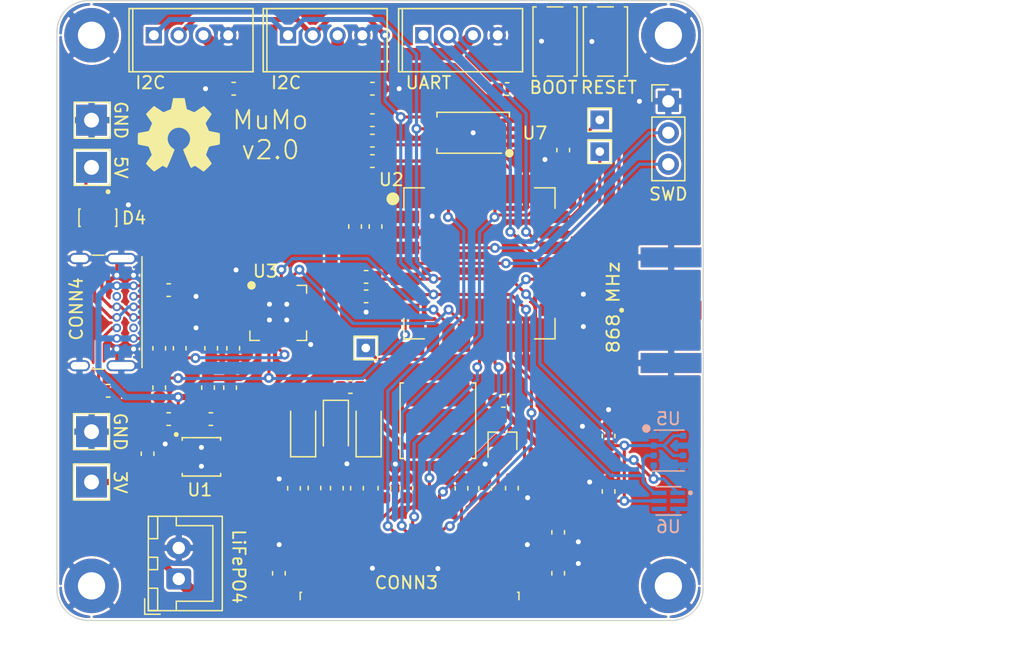
<source format=kicad_pcb>
(kicad_pcb (version 20211014) (generator pcbnew)
  (title_block (comment 4 "AISLER Project ID: WJAGVHFZ"))
  (layers (0 "F.Cu" signal) (31 "B.Cu" signal) (34 "B.Paste" user) (35 "F.Paste" user) (36 "B.SilkS" user "B.Silkscreen") (37 "F.SilkS" user "F.Silkscreen") (38 "B.Mask" user) (39 "F.Mask" user) (44 "Edge.Cuts" user))
  (net 0 "")
  (net 1 "+3V3")
  (net 2 "GND")
  (net 3 "+5V")
  (net 4 "Net-(C7-Pad1)")
  (net 5 "Net-(C7-Pad2)")
  (net 6 "Net-(C8-Pad2)")
  (net 7 "Net-(C9-Pad2)")
  (net 8 "Net-(C10-Pad2)")
  (net 9 "Net-(C11-Pad2)")
  (net 10 "Net-(C13-Pad2)")
  (net 11 "Net-(C14-Pad2)")
  (net 12 "Net-(C15-Pad2)")
  (net 14 "Net-(CONN3-Pad2)")
  (net 15 "BUSY")
  (net 16 "\\RESET")
  (net 17 "D{slash}C")
  (net 18 "{slash}CS")
  (net 19 "SCK")
  (net 20 "SCL")
  (net 21 "SDA")
  (net 22 "SDI")
  (net 23 "Net-(CONN3-Pad3)")
  (net 24 "VBUS")
  (net 25 "Net-(R1-Pad1)")
  (net 27 "USART_RX")
  (net 28 "USART_TX")
  (net 32 "Net-(CONN4-PadA5)")
  (net 33 "Net-(CONN4-PadA6)")
  (net 34 "Net-(CONN4-PadA7)")
  (net 36 "Net-(CONN4-PadB5)")
  (net 38 "Net-(CONN5-Pad1)")
  (net 39 "Net-(R6-Pad2)")
  (net 40 "Net-(TP1-Pad1)")
  (net 41 "Net-(TP2-Pad1)")
  (net 42 "Net-(TP3-Pad1)")
  (net 43 "Net-(U2-Pad9)")
  (net 44 "Net-(U2-Pad10)")
  (net 61 "SWDIO")
  (net 62 "SWCLK")
  (net 64 "WP")
  (net 66 "3V")
  (net 67 "RST")
  (footprint "Capacitor_SMD:C_0603_1608Metric" (layer "F.Cu") (at 168.1988 68.961 180)
    (fp_text reference "C26" hide)
    (fp_text value "100n")
  )
  (footprint "Capacitor_SMD:C_0603_1608Metric" (layer "F.Cu") (at 168.4528 75.8952 -90)
    (fp_text reference "C27" hide)
    (fp_text value "100n")
  )
  (footprint "Capacitor_SMD:C_0603_1608Metric" (layer "F.Cu") (at 187.2488 92.8116 90)
    (fp_text reference "C24" hide)
    (fp_text value "100n")
  )
  (footprint "thisProjectLibrary:LoRa-E5" (layer "F.Cu") (at 176.8348 78.867)
    (fp_text reference "U2")
    (fp_text value "LoRa-E5")
  )
  (footprint "Capacitor_SMD:C_0603_1608Metric" (layer "F.Cu") (at 166.9542 97.015 -90)
    (fp_text reference "C13" hide)
    (fp_text value "1uF/50V")
  )
  (footprint "Capacitor_SMD:C_0603_1608Metric" (layer "F.Cu") (at 168.1988 70.612)
    (fp_text reference "R10" hide)
    (fp_text value "3K3")
  )
  (footprint "Diode_SMD:D_SMF" (layer "F.Cu") (at 167.894 92.202 90)
    (fp_text reference "D3" hide)
    (fp_text value "SL03-GS08")
  )
  (footprint "Capacitor_SMD:C_0603_1608Metric" (layer "F.Cu") (at 151.765 81.026)
    (fp_text reference "R3" hide)
    (fp_text value "5K1")
  )
  (footprint "Connector_PinHeader_2.54mm:PinHeader_1x03_P2.54mm_Vertical" (layer "F.Cu") (at 192.0748 65.786)
    (fp_text reference "CONN1" hide)
    (fp_text value "SWD")
  )
  (footprint "TestPoint:TestPoint_THTPad_2.5x2.5mm_Drill1.2mm" (layer "F.Cu") (at 145.542 96.52)
    (fp_text reference "TP6" hide)
    (fp_text value "3V3" hide)
  )
  (footprint "Capacitor_SMD:C_0603_1608Metric" (layer "F.Cu") (at 163.5252 97.0026 -90)
    (fp_text reference "C14" hide)
    (fp_text value "1uF/50V")
  )
  (footprint "thisProjectLibrary:TSSOP-B8" (layer "F.Cu") (at 176.3268 68.326 180)
    (fp_text reference "U7")
    (fp_text value "BR24G512FVT-5AE2")
  )
  (footprint "Package_TO_SOT_SMD:SOT-323_SC-70" (layer "F.Cu") (at 178.689 93.218 90)
    (fp_text reference "Q1" hide)
    (fp_text value "Si1308EDL")
  )
  (footprint "Capacitor_SMD:C_0603_1608Metric" (layer "F.Cu") (at 160.655 103.886 90)
    (fp_text reference "C18" hide)
    (fp_text value "4u7")
  )
  (footprint "Capacitor_SMD:C_0603_1608Metric" (layer "F.Cu") (at 155.194 85.725 -90)
    (fp_text reference "C5" hide)
    (fp_text value "4u7")
  )
  (footprint "Capacitor_SMD:C_0603_1608Metric" (layer "F.Cu") (at 156.718 88.9 -90)
    (fp_text reference "C4" hide)
    (fp_text value "100n")
  )
  (footprint "thisProjectLibrary:LINX_CONSMA020.062-G" (layer "F.Cu") (at 194.7418 82.6516 90)
    (fp_text reference "CONN5" hide)
    (fp_text value "External Antenna")
  )
  (footprint "Diode_SMD:D_SMF" (layer "F.Cu") (at 162.6108 92.202 90)
    (fp_text reference "D1" hide)
    (fp_text value "SL03-GS08")
  )
  (footprint "thisProjectLibrary:L_TDK_VLS6045EX" (layer "F.Cu") (at 173.482 91.567 90)
    (fp_text reference "L1" hide)
    (fp_text value "68uH")
  )
  (footprint "Capacitor_SMD:C_0603_1608Metric" (layer "F.Cu") (at 175.387 97.028 -90)
    (fp_text reference "C8" hide)
    (fp_text value "1uF/50V")
  )
  (footprint "Capacitor_SMD:C_0603_1608Metric" (layer "F.Cu") (at 154.94 88.9 -90)
    (fp_text reference "C3" hide)
    (fp_text value "4u7")
  )
  (footprint "Capacitor_SMD:C_0603_1608Metric" (layer "F.Cu") (at 168.1988 67.31 180)
    (fp_text reference "C23" hide)
    (fp_text value "100n")
  )
  (footprint "Symbol:OSHW-Symbol_6.7x6mm_SilkScreen" (layer "F.Cu") (at 152.5778 68.5038)
    (fp_text reference "U4" hide)
    (fp_text value "eInk_Display_1.54\"200x200px" hide)
  )
  (footprint "Diode_SMD:D_SMF" (layer "F.Cu") (at 165.2524 92.202 -90)
    (fp_text reference "D2" hide)
    (fp_text value "SL03-GS08")
  )
  (footprint "Capacitor_SMD:C_0603_1608Metric" (layer "F.Cu") (at 168.1988 64.77)
    (fp_text reference "C19" hide)
    (fp_text value "4u7")
  )
  (footprint "Capacitor_SMD:C_0603_1608Metric" (layer "F.Cu") (at 151.003 85.725 -90)
    (fp_text reference "R4" hide)
    (fp_text value "22K1")
  )
  (footprint "Capacitor_SMD:C_0603_1608Metric" (layer "F.Cu") (at 169.164 97.015 -90)
    (fp_text reference "C10" hide)
    (fp_text value "1uF/50V")
  )
  (footprint "thisProjectLibrary:USB_C_Receptacle_GCT_USB4085" (layer "F.Cu") (at 148.932 79.829 -90)
    (fp_text reference "CONN4")
    (fp_text value "USB-C")
  )
  (footprint "Capacitor_SMD:C_0603_1608Metric" (layer "F.Cu") (at 165.3286 97.015 -90)
    (fp_text reference "C11" hide)
    (fp_text value "1uF/50V")
  )
  (footprint "Capacitor_SMD:C_0603_1608Metric" (layer "F.Cu") (at 151.003 88.9 -90)
    (fp_text reference "R7" hide)
    (fp_text value "47K5")
  )
  (footprint "Capacitor_SMD:C_0603_1608Metric" (layer "F.Cu") (at 146.8882 89.154)
    (fp_text reference "R5" hide)
    (fp_text value "5K1")
  )
  (footprint "Capacitor_SMD:C_0603_1608Metric" (layer "F.Cu") (at 155.1686 91.44 180)
    (fp_text reference "R1" hide)
    (fp_text value "3K3")
  )
  (footprint "TestPoint:TestPoint_THTPad_1.5x1.5mm_Drill0.7mm" (layer "F.Cu") (at 186.5376 67.2846)
    (fp_text reference "TP2" hide)
    (fp_text value "GND" hide)
  )
  (footprint "thisProjectLibrary:Grove_Vertical" (layer "F.Cu") (at 175.3108 60.452)
    (fp_text reference "CONN6" hide)
    (fp_text value "UART")
  )
  (footprint "Capacitor_SMD:C_0603_1608Metric" (layer "F.Cu") (at 183.1848 100.584 -90)
    (fp_text reference "C16" hide)
    (fp_text value "4u7")
  )
  (footprint "Capacitor_SMD:C_0603_1608Metric" (layer "F.Cu") (at 150.0632 94.234 90)
    (fp_text reference "C2" hide)
    (fp_text value "10uF")
  )
  (footprint "TestPoint:TestPoint_THTPad_2.5x2.5mm_Drill1.2mm" (layer "F.Cu") (at 145.5928 67.31 -90)
    (fp_text reference "TP5" hide)
    (fp_text value "GND")
  )
  (footprint "Fiducial:Fiducial_0.75mm_Mask1.5mm" (layer "F.Cu") (at 192.0748 100.838)
    (fp_text reference "F3" hide)
    (fp_text value "Fiducial")
  )
  (footprint "thisProjectLibrary:DFN10" (layer "F.Cu") (at 154.4066 94.488)
    (fp_text reference "U1")
    (fp_text value "MCP73123")
  )
  (footprint "thisProjectLibrary:SP0503BAHTG-SOT143" (layer "F.Cu") (at 146.05 75.184 180)
    (fp_text reference "D4")
    (fp_text value "SP0503BAHTG")
  )
  (footprint "TestPoint:TestPoint_THTPad_1.5x1.5mm_Drill0.7mm" (layer "F.Cu") (at 167.6654 85.6996)
    (fp_text reference "TP1" hide)
    (fp_text value "GND")
  )
  (footprint "Connector_JST:JST_XH_B2B-XH-A_1x02_P2.50mm_Vertical" (layer "F.Cu") (at 152.5778 104.3432 90)
    (fp_text reference "CONN2" hide)
    (fp_text value "LiFePO4 Battery")
  )
  (footprint "Capacitor_SMD:C_0603_1608Metric" (layer "F.Cu") (at 167.6908 79.9592)
    (fp_text reference "R12" hide)
    (fp_text value "3K3")
  )
  (footprint "Capacitor_SMD:C_0603_1608Metric" (layer "F.Cu") (at 166.8018 75.8952 -90)
    (fp_text reference "C21" hide)
    (fp_text value "4u7")
  )
  (footprint "Capacitor_SMD:C_0603_1608Metric" (layer "F.Cu") (at 177.292 97.028 90)
    (fp_text reference "R8" hide)
    (fp_text value "0R47")
  )
  (footprint "Capacitor_SMD:C_0603_1608Metric" (layer "F.Cu") (at 183.5912 69.723 90)
    (fp_text reference "R6" hide)
    (fp_text value "470")
  )
  (footprint "Fiducial:Fiducial_0.75mm_Mask1.5mm" (layer "F.Cu") (at 145.542 100.838)
    (fp_text reference "F2" hide)
    (fp_text value "Fiducial")
  )
  (footprint "Capacitor_SMD:C_0603_1608Metric" (layer "F.Cu") (at 187.2488 97.282 90)
    (fp_text reference "C22" hide)
    (fp_text value "100n")
  )
  (footprint "thisProjectLibrary:SW_SPST_PTS815" (layer "F.Cu") (at 186.9948 60.96 90)
    (fp_text reference "SW2" hide)
    (fp_text value "Reset")
  )
  (footprint "TestPoint:TestPoint_THTPad_2.5x2.5mm_Drill1.2mm" (layer "F.Cu") (at 145.542 92.456 -90)
    (fp_text reference "TP4" hide)
    (fp_text value "GND")
  )
  (footprint "thisProjectLibrary:Grove_Vertical" (layer "F.Cu") (at 153.5684 60.452)
    (fp_text reference "CONN8" hide)
    (fp_text value "I2C")
  )
  (footprint "Capacitor_SMD:C_0603_1608Metric" (layer "F.Cu") (at 179.451 97.015 90)
    (fp_text reference "R9" hide)
    (fp_text value "10K")
  )
  (footprint "Capacitor_SMD:C_0603_1608Metric" (layer "F.Cu") (at 166.4208 88.8492)
    (fp_text reference "C7" hide)
    (fp_text value "4u7")
  )
  (footprint "Capacitor_SMD:C_0603_1608Metric" (layer "F.Cu") (at 178.7652 89.9668)
    (fp_text reference "C12" hide)
    (fp_text value "10uF")
  )
  (footprint "MountingHole:MountingHole_2.2mm_M2_Pad" (layer "F.Cu") (at 192.0748 104.902)
    (fp_text reference "H2" hide)
    (fp_text value "M2")
  )
  (footprint "MountingHole:MountingHole_2.2mm_M2_Pad" (layer "F.Cu") (at 145.542 60.452)
    (fp_text reference "H3" hide)
    (fp_text value "M2")
  )
  (footprint "thisProjectLibrary:SW_SPST_PTS815" (layer "F.Cu") (at 182.9308 60.96 -90)
    (fp_text reference "SW1" hide)
    (fp_text value "Boot0")
  )
  (footprint "Capacitor_SMD:C_0603_1608Metric" (layer "F.Cu") (at 179.07 64.7954)
    (fp_text reference "C17" hide)
    (fp_text value "4u7")
  )
  (footprint "Capacitor_SMD:C_0603_1608Metric" (layer "F.Cu") (at 170.942 97.015 -90)
    (fp_text reference "C9" hide)
    (fp_text value "1uF/50V")
  )
  (footprint "MountingHole:MountingHole_2.2mm_M2_Pad" (layer "F.Cu") (at 192.0748 60.452)
    (fp_text reference "H1" hide)
    (fp_text value "M2")
  )
  (footprint "TestPoint:TestPoint_THTPad_2.5x2.5mm_Drill1.2mm" (layer "F.Cu") (at 145.5928 71.12)
    (fp_text reference "TP7" hide)
    (fp_text value "TestPoint_Probe")
  )
  (footprint "Capacitor_SMD:C_0603_1608Metric" (layer "F.Cu") (at 151.765 91.44 180)
    (fp_text reference "C1" hide)
    (fp_text value "4u7")
  )
  (footprint "Fiducial:Fiducial_0.75mm_Mask1.5mm" (layer "F.Cu") (at 145.542 64.262)
    (fp_text reference "F1" hide)
    (fp_text value "Fiducial")
  )
  (footprint "TestPoint:TestPoint_THTPad_1.5x1.5mm_Drill0.7mm" (layer "F.Cu") (at 186.5376 69.85)
    (fp_text reference "TP3" hide)
    (fp_text value "GND" hide)
  )
  (footprint "thisProjectLibrary:TE_2-1734839-4_1x24-1MP_P0.5mm_Horizontal" (layer "F.Cu") (at 171.196 103.378)
    (fp_text reference "CONN3")
    (fp_text value "ePaper")
  )
  (footprint "Capacitor_SMD:C_0603_1608Metric" (layer "F.Cu") (at 152.654 85.725 -90)
    (fp_text reference "R2" hide)
    (fp_text value "1K")
  )
  (footprint "Capacitor_SMD:C_0603_1608Metric" (layer "F.Cu") (at 183.1848 103.886 90)
    (fp_text reference "C20" hide)
    (fp_text value "4u7")
  )
  (footprint "MountingHole:MountingHole_2.2mm_M2_Pad" (layer "F.Cu") (at 145.542 104.902)
    (fp_text reference "H4" hide)
    (fp_text value "M2")
  )
  (footprint "Capacitor_SMD:C_0603_1608Metric" (layer "F.Cu") (at 156.972 85.725 -90)
    (fp_text reference "C6" hide)
    (fp_text value "100n")
  )
  (footprint "thisProjectLibrary:QFN24 - CP2102N" (layer "F.Cu") (at 160.6042 82.804)
    (fp_text reference "U3")
    (fp_text value "CP2102N")
  )
  (footprint "Capacitor_SMD:C_0603_1608Metric" (layer "F.Cu") (at 161.8742 97.028 -90)
    (fp_text reference "C15" hide)
    (fp_text value "1uF/50V")
  )
  (footprint "Capacitor_SMD:C_0603_1608Metric" (layer "F.Cu") (at 157.0098 64.77 180)
    (fp_text reference "C25" hide)
    (fp_text value "100n")
  )
  (footprint "Capacitor_SMD:C_0603_1608Metric" (layer "F.Cu") (at 167.6908 81.534)
    (fp_text reference "R11" hide)
    (fp_text value "3K3")
  )
  (footprint "thisProjectLibrary:Grove_Vertical" (layer "F.Cu") (at 164.3888 60.452)
    (fp_text reference "CONN7" hide)
    (fp_text value "I2C")
  )
  (footprint "thisProjectLibrary:Bosch_BME680" (layer "B.Cu") (at 192.0748 93.98 -90)
    (fp_text reference "U5")
    (fp_text value "BME680")
  )
  (footprint "thisProjectLibrary:TSL2591-SON" (layer "B.Cu") (at 192.0748 98.044 180)
    (fp_text reference "U6")
    (fp_text value "TSL25911")
  )
  (gr_arc (start 194.8688 105.156) (mid 194.124854 106.952069) (end 192.3288 107.696) (layer "Edge.Cuts") (width 0.1))
  (gr_line (start 145.288 57.658) (end 192.346851 57.658) (layer "Edge.Cuts") (width 0.1))
  (gr_arc locked (start 142.748 60.198) (mid 143.491949 58.401949) (end 145.288 57.658) (layer "Edge.Cuts") (width 0.1))
  (gr_line (start 194.8688 105.156) (end 194.886851 60.198) (layer "Edge.Cuts") (width 0.1))
  (gr_line (start 192.3288 107.696) (end 145.288 107.696) (layer "Edge.Cuts") (width 0.1))
  (gr_line (start 142.748 105.156) (end 142.748 60.198) (layer "Edge.Cuts") (width 0.1))
  (gr_arc locked (start 145.288 107.696) (mid 143.491949 106.952051) (end 142.748 105.156) (layer "Edge.Cuts") (width 0.1))
  (gr_arc (start 192.346851 57.658) (mid 194.142902 58.401949) (end 194.886851 60.198) (layer "Edge.Cuts") (width 0.1))
  (gr_text "MuMo\nv2.0" (at 159.9692 68.5038) (layer "F.SilkS") (effects (font (size 1.5 1.5))))
  (segment (start 154.5684 60.452) (end 156.0924 61.976) (width 1) (layer "F.Cu") (net 1))
  (segment (start 169.3138 69.301) (end 168.9738 68.961) (width 0.25) (layer "F.Cu") (net 1))
  (segment (start 177.6222 64.7954) (end 174.8028 61.976) (width 0.5) (layer "F.Cu") (net 1))
  (segment (start 168.4528 75.1202) (end 166.8018 75.1202) (width 0.5) (layer "F.Cu") (net 1))
  (segment (start 181.6862 93.660804) (end 181.6862 98.0694) (width 0.5) (layer "F.Cu") (net 1))
  (segment (start 168.456 75.117) (end 168.4528 75.1202) (width 0.25) (layer "F.Cu") (net 1))
  (segment (start 169.446 102.028) (end 169.446 106.2) (width 0.25) (layer "F.Cu") (net 1))
  (segment (start 152.8566 94.488) (end 150.5842 94.488) (width 0.25) (layer "F.Cu") (net 1))
  (segment (start 181.6862 106.1212) (end 181.5846 106.2228) (width 0.5) (layer "F.Cu") (net 1))
  (segment (start 160.401 106.172) (end 183.1848 106.172) (width 1) (layer "F.Cu") (net 1))
  (segment (start 165.1508 81.534) (end 164.8968 81.28) (width 0.25) (layer "F.Cu") (net 1))
  (segment (start 181.6862 99.8474) (end 181.6862 104.6226) (width 0.5) (layer "F.Cu") (net 1))
  (segment (start 173.482 89.467) (end 177.492396 89.467) (width 0.5) (layer "F.Cu") (net 1))
  (segment (start 167.4238 70.612) (end 164.8968 70.612) (width 0.25) (layer "F.Cu") (net 1))
  (segment (start 158.8008 104.9274) (end 158.8008 91.44) (width 1) (layer "F.Cu") (net 1))
  (segment (start 188.5188 98.044) (end 188.5058 98.057) (width 0.25) (layer "F.Cu") (net 1))
  (segment (start 150.061 95.0112) (end 150.0632 95.009) (width 0.5) (layer "F.Cu") (net 1))
  (segment (start 184.4678 99.809) (end 183.1848 99.809) (width 0.25) (layer "F.Cu") (net 1))
  (segment (start 169.672 106.2228) (end 170.0276 106.2228) (width 0.5) (layer "F.Cu") (net 1))
  (segment (start 170.8348 75.117) (end 168.456 75.117) (width 0.5) (layer "F.Cu") (net 1))
  (segment (start 154.4066 106.172) (end 158.8008 106.172) (width 1) (layer "F.Cu") (net 1))
  (segment (start 167.4238 64.77) (end 167.4238 61.989) (width 0.5) (layer "F.Cu") (net 1))
  (segment (start 164.8968 74.93) (end 164.8968 70.612) (width 1) (layer "F.Cu") (net 1))
  (segment (start 169.446 106.2) (end 169.4688 106.2228) (width 0.25) (layer "F.Cu") (net 1))
  (segment (start 187.2488 98.057) (end 186.2198 98.057) (width 0.25) (layer "F.Cu") (net 1))
  (segment (start 181.7246 104.661) (end 181.6862 104.6226) (width 0.25) (layer "F.Cu") (net 1))
  (segment (start 160.655 105.918) (end 160.401 106.172) (width 0.25) (layer "F.Cu") (net 1))
  (segment (start 160.655 104.661) (end 160.655 105.918) (width 0.5) (layer "F.Cu") (net 1))
  (segment (start 183.1848 99.809) (end 181.7246 99.809) (width 0.25) (layer "F.Cu") (net 1))
  (segment (start 188.5058 93.5866) (end 187.2488 93.5866) (width 0.25) (layer "F.Cu") (net 1))
  (segment (start 181.6862 104.6226) (end 181.6862 106.1212) (width 0.5) (layer "F.Cu") (net 1))
  (segment (start 157.7848 64.77) (end 157.7848 61.976) (width 0.5) (layer "F.Cu") (net 1))
  (segment (start 188.5188 93.5736) (end 188.5058 93.5866) (width 0.25) (layer "F.Cu") (net 1))
  (segment (start 168.9738 68.961) (end 168.9738 69.062) (width 0.25) (layer "F.Cu") (net 1))
  (segment (start 165.087 75.1202) (end 164.8968 74.93) (width 0.25) (layer "F.Cu") (net 1))
  (segment (start 169.4688 106.2228) (end 169.672 106.2228) (width 0.5) (layer "F.Cu") (net 1))
  (segment (start 173.4643 69.301) (end 169.3138 69.301) (width 0.25) (layer "F.Cu") (net 1))
  (segment (start 186.2198 98.057) (end 184.4678 99.809) (width 0.25) (layer "F.Cu") (net 1))
  (segment (start 164.8968 85.344) (end 164.8968 81.28) (width 1) (layer "F.Cu") (net 1))
  (segment (start 165.3888 60.452) (end 165.3888 61.96) (width 1) (layer "F.Cu") (net 1))
  (segment (start 156.0924 61.976) (end 164.8968 61.976) (width 1) (layer "F.Cu") (net 1))
  (segment (start 165.4048 61.976) (end 174.7868 61.976) (width 1) (layer "F.Cu") (net 1))
  (segment (start 150.0842 94.988) (end 150.0632 95.009) (width 0.25) (layer "F.Cu") (net 1))
  (segment (start 166.9158 81.534) (end 165.1508 81.534) (width 0.25) (layer "F.Cu") (net 1))
  (segment (start 183.1848 104.661) (end 181.7246 104.661) (width 0.25) (layer "F.Cu") (net 1))
  (segment (start 160.655 104.661) (end 159.0672 104.661) (width 0.5) (layer "F.Cu") (net 1))
  (segment (start 164.9476 79.9592) (end 164.8968 80.01) (width 0.25) (layer "F.Cu") (net 1))
  (segment (start 164.8968 61.976) (end 165.4048 61.976) (width 1) (layer "F.Cu") (net 1))
  (segment (start 178.295 64.7954) (end 177.6222 64.7954) (width 0.5) (layer "F.Cu") (net 1))
  (segment (start 145.542 96.52) (end 149.9108 96.52) (width 0.5) (layer "F.Cu") (net 1))
  (segment (start 169.946 102.028) (end 169.946 106.1412) (width 0.25) (layer "F.Cu") (net 1))
  (segment (start 181.6862 98.0694) (end 181.6862 99.8474) (width 0.5) (layer "F.Cu") (net 1))
  (segment (start 183.1848 104.661) (end 183.1848 106.172) (width 0.25) (layer "F.Cu") (net 1))
  (segment (start 150.061 101.8264) (end 150.061 95.0112) (width 0.5) (layer "F.Cu") (net 1))
  (segment (start 188.5188 98.044) (end 188.5188 93.5736) (width 0.25) (layer "F.Cu") (net 1))
  (segment (start 168.9738 68.961) (end 168.9738 67.31) (width 0.25) (layer "F.Cu") (net 1))
  (segment (start 188.5058 98.057) (end 187.2488 98.057) (width 0.25) (layer "F.Cu") (net 1))
  (segment (start 166.9158 79.9592) (end 164.9476 79.9592) (width 0.25) (layer "F.Cu") (net 1))
  (segment (start 164.8968 81.28) (end 164.8968 80.01) (width 1) (layer "F.Cu") (net 1))
  (segment (start 174.7868 61.976) (end 176.3108 60.452) (width 1) (layer "F.Cu") (net 1))
  (segment (start 152.8566 94.988) (end 150.0842 94.988) (width 0.25) (layer "F.Cu") (net 1))
  (segment (start 164.8968 80.01) (end 164.8968 74.93) (width 1) (layer "F.Cu") (net 1))
  (segment (start 152.5778 104.3432) (end 150.061 101.8264) (width 0.5) (layer "F.Cu") (net 1))
  (segment (start 169.946 106.1412) (end 170.0276 106.2228) (width 0.25) (layer "F.Cu") (net 1))
  (segment (start 158.8008 91.44) (end 164.8968 85.344) (width 1) (layer "F.Cu") (net 1))
  (segment (start 158.8008 106.172) (end 158.8008 104.9274) (width 1) (layer "F.Cu") (net 1))
  (segment (start 164.8968 70.612) (end 164.8968 61.976) (width 1) (layer "F.Cu") (net 1))
  (segment (start 168.9738 69.062) (end 167.4238 70.612) (width 0.25) (layer "F.Cu") (net 1))
  (segment (start 158.8008 106.172) (end 160.401 106.172) (width 1) (layer "F.Cu") (net 1))
  (segment (start 152.5778 104.3432) (end 154.4066 106.172) (width 1) (layer "F.Cu") (net 1))
  (segment (start 169.446 102.028) (end 169.946 102.028) (width 0.25) (layer "F.Cu") (net 1))
  (segment (start 170.0276 106.2228) (end 181.5846 106.2228) (width 0.5) (layer "F.Cu") (net 1))
  (segment (start 177.492396 89.467) (end 181.6862 93.660804) (width 0.5) (layer "F.Cu") (net 1))
  (segment (start 166.8018 75.1202) (end 165.087 75.1202) (width 0.5) (layer "F.Cu") (net 1))
  (segment (start 181.7246 99.809) (end 181.6862 99.8474) (width 0.25) (layer "F.Cu") (net 1))
  (segment (start 150.5842 94.488) (end 150.0632 95.009) (width 0.25) (layer "F.Cu") (net 1))
  (segment (start 159.0672 104.661) (end 158.8008 104.9274) (width 0.25) (layer "F.Cu") (net 1))
  (via (at 188.5188 93.5736) (size 0.8) (drill 0.4) (layers "F.Cu" "B.Cu") (net 1))
  (via (at 188.5188 98.044) (size 0.8) (drill 0.4) (layers "F.Cu" "B.Cu") (net 1))
  (segment (start 190.8873 93.58) (end 191.7128 93.58) (width 0.25) (layer "B.Cu") (net 1))
  (segment (start 188.5188 93.5736) (end 188.5252 93.58) (width 0.25) (layer "B.Cu") (net 1))
  (segment (start 188.5252 93.58) (end 190.8873 93.58) (width 0.25) (layer "B.Cu") (net 1))
  (segment (start 188.5188 98.044) (end 191.3248 98.044) (width 0.25) (layer "B.Cu") (net 1))
  (segment (start 193.2623 94.38) (end 192.4748 94.38) (width 0.25) (layer "B.Cu") (net 1))
  (segment (start 191.6748 93.58) (end 190.8873 93.58) (width 0.25) (layer "B.Cu") (net 1))
  (segment (start 192.4748 94.38) (end 191.6748 93.58) (width 0.25) (layer "B.Cu") (net 1))
  (segment (start 192.5128 92.78) (end 193.2623 92.78) (width 0.25) (layer "B.Cu") (net 1))
  (segment (start 191.7128 93.58) (end 192.5128 92.78) (width 0.25) (layer "B.Cu") (net 1))
  (segment (start 147.582 86.759) (end 147.952 87.129) (width 0.25) (layer "F.Cu") (net 2))
  (segment (start 147.582 79.829) (end 147.582 78.849) (width 0.25) (layer "F.Cu") (net 2))
  (segment (start 168.946 102.7324) (end 168.946 102.028) (width 0.25) (layer "F.Cu") (net 2))
  (segment (start 173.446 103.469) (end 173.482 103.505) (width 0.25) (layer "F.Cu") (net 2))
  (segment (start 168.1988 103.4796) (end 168.946 102.7324) (width 0.25) (layer "F.Cu") (net 2))
  (segment (start 158.6542 82.054) (end 159.778 82.054) (width 0.25) (layer "F.Cu") (net 2))
  (segment (start 173.446 102.028) (end 173.446 103.469) (width 0.25) (layer "F.Cu") (net 2))
  (segment (start 147.582 85.779) (end 147.582 86.759) (width 0.25) (layer "F.Cu") (net 2))
  (segment (start 159.778 82.054) (end 159.893 82.169) (width 0.25) (layer "F.Cu") (net 2))
  (segment (start 147.582 78.849) (end 147.952 78.479) (width 0.25) (layer "F.Cu") (net 2))
  (via (at 184.8104 101.346) (size 0.8) (drill 0.4) (layers "F.Cu" "B.Cu") (net 2))
  (via (at 153.9748 81.534) (size 0.8) (drill 0.4) (layers "F.Cu" "B.Cu") (net 2))
  (via (at 151.4856 93.4466) (size 0.8) (drill 0.4) (layers "F.Cu" "B.Cu") (net 2))
  (via (at 159.893 82.169) (size 0.8) (drill 0.4) (layers "F.Cu" "B.Cu") (net 2))
  (via (at 168.1988 103.4796) (size 0.8) (drill 0.4) (layers "F.Cu" "B.Cu") (net 2))
  (via (at 161.29 83.439) (size 0.8) (drill 0.4) (layers "F.Cu" "B.Cu") (net 2))
  (via (at 185.1406 92.0242) (size 0.8) (drill 0.4) (layers "F.Cu" "B.Cu") (net 2))
  (via (at 180.721 97.79) (size 0.8) (drill 0.4) (layers "F.Cu" "B.Cu") (net 2))
  (via (at 154.7368 64.77) (size 0.8) (drill 0.4) (layers "F.Cu" "B.Cu") (net 2))
  (via (at 185.2168 83.9724) (size 0.8) (drill 0.4) (layers "F.Cu" "B.Cu") (net 2))
  (via (at 160.6804 101.5746) (size 0.8) (drill 0.4) (layers "F.Cu" "B.Cu") (net 2))
  (via (at 161.29 82.169) (size 0.8) (drill 0.4) (layers "F.Cu" "B.Cu") (net 2))
  (via (at 160.6804 96.266) (size 0.8) (drill 0.4) (layers "F.Cu" "B.Cu") (net 2))
  (via (at 157.2006 79.4004) (size 0.8) (drill 0.4) (layers "F.Cu" "B.Cu") (net 2))
  (via (at 177.292 95.0722) (size 0.8) (drill 0.4) (layers "F.Cu" "B.Cu") (net 2))
  (via (at 187.2488 90.678) (size 0.8) (drill 0.4) (layers "F.Cu" "B.Cu") (net 2))
  (via (at 173.0248 75.057) (size 0.8) (drill 0.4) (layers "F.Cu" "B.Cu") (net 2))
  (via (at 185.2168 81.3562) (size 0.8) (drill 0.4) (layers "F.Cu" "B.Cu") (net 2))
  (via (at 182.118 70.485) (size 0.8) (drill 0.4) (layers "F.Cu" "B.Cu") (net 2))
  (via (at 170.053 95.0722) (size 0.8) (drill 0.4) (layers "F.Cu" "B.Cu") (net 2))
  (via (at 170.3578 64.77) (size 0.8) (drill 0.4) (layers "F.Cu" "B.Cu") (net 2))
  (via (at 153.9748 84.074) (size 0.8) (drill 0.4) (layers "F.Cu" "B.Cu") (net 2))
  (via (at 166.1414 95.0468) (size 0.8) (drill 0.4) (layers "F.Cu" "B.Cu") (net 2))
  (via (at 154.4066 93.726) (size 0.8) (drill 0.4) (layers "F.Cu" "B.Cu") (net 2))
  (via (at 163.2204 85.4202) (size 0.8) (drill 0.4) (layers "F.Cu" "B.Cu") (net 2))
  (via (at 189.738 65.786) (size 0.8) (drill 0.4) (layers "F.Cu" "B.Cu") (net 2))
  (via (at 167.6908 82.804) (size 0.8) (drill 0.4) (layers "F.Cu" "B.Cu") (net 2))
  (via (at 154.4066 95.25) (size 0.8) (drill 0.4) (layers "F.Cu" "B.Cu") (net 2))
  (via (at 173.482 103.505) (size 0.8) (drill 0.4) (layers "F.Cu" "B.Cu") (net 2))
  (via (at 159.893 83.439) (size 0.8) (drill 0.4) (layers "F.Cu" "B.Cu") (net 2))
  (via (at 185.9026 60.96) (size 0.8) (drill 0.4) (layers "F.Cu" "B.Cu") (net 2))
  (via (at 180.6956 101.5746) (size 0.8) (drill 0.4) (layers "F.Cu" "B.Cu") (net 2))
  (via (at 181.8386 60.9346) (size 0.8) (drill 0.4) (layers "F.Cu" "B.Cu") (net 2))
  (via (at 184.8104 103.0986) (size 0.8) (drill 0.4) (layers "F.Cu" "B.Cu") (net 2))
  (via (at 148.5138 74.1426) (size 0.8) (drill 0.4) (layers "F.Cu" "B.Cu") (net 2))
  (via (at 176.3268 68.326) (size 0.8) (drill 0.4) (layers "F.Cu" "B.Cu") (net 2))
  (via (at 185.7248 96.52) (size 0.8) (drill 0.4) (layers "F.Cu" "B.Cu") (net 2))
  (segment (start 147.582 85.779) (end 148.932 85.779) (width 0.5) (layer "B.Cu") (net 2))
  (segment (start 147.582 79.829) (end 148.932 79.829) (width 0.5) (layer "B.Cu") (net 2))
  (segment (start 152.527 89.662) (end 153.289 89.662) (width 0.5) (layer "F.Cu") (net 3))
  (segment (start 146.614142 75.2348) (end 146.614942 75.234) (width 0.25) (layer "F.Cu") (net 3))
  (segment (start 159.004 85.4202) (end 159.004 86.6648) (width 0.5) (layer "F.Cu") (net 3))
  (segment (start 145.09 74.159) (end 146.1658 75.2348) (width 0.25) (layer "F.Cu") (net 3))
  (segment (start 159.3542 85.07) (end 159.004 85.4202) (width 0.25) (layer "F.Cu") (net 3))
  (segment (start 147.9288 75.234) (end 147.9296 75.2348) (width 0.25) (layer "F.Cu") (net 3))
  (segment (start 152.54 91.44) (end 152.54 89.675) (width 0.25) (layer "F.Cu") (net 3))
  (segment (start 152.8566 93.488) (end 152.8566 91.7566) (width 0.25) (layer "F.Cu") (net 3))
  (segment (start 152.54 89.675) (end 152.527 89.662) (width 0.25) (layer "F.Cu") (net 3))
  (segment (start 149.987 80.118974) (end 149.987 77.2922) (width 0.25) (layer "F.Cu") (net 3))
  (segment (start 148.932 84.929) (end 150.982 84.929) (width 0.25) (layer "F.Cu") (net 3))
  (segment (start 152.8566 93.988) (end 152.8572 93.9874) (width 0.25) (layer "F.Cu") (net 3))
  (segment (start 154.94 88.125) (end 156.718 88.125) (width 0.5) (layer "F.Cu") (net 3))
  (segment (start 153.289 89.662) (end 154.826 88.125) (width 0.5) (layer "F.Cu") (net 3))
  (segment (start 150.982 84.929) (end 151.003 84.95) (width 0.25) (layer "F.Cu") (net 3))
  (segment (start 146.1658 75.2348) (end 146.614142 75.2348) (width 0.25) (layer "F.Cu") (net 3))
  (segment (start 152.8566 91.7566) (end 152.54 91.44) (width 0.25) (layer "F.Cu") (net 3))
  (segment (start 152.8572 93.4886) (end 152.8566 93.488) (width 0.25) (layer "F.Cu") (net 3))
  (segment (start 157.5438 88.125) (end 156.718 88.125) (width 0.5) (layer "F.Cu") (net 3))
  (segment (start 159.004 86.6648) (end 157.5438 88.125) (width 0.5) (layer "F.Cu") (net 3))
  (segment (start 146.614942 75.234) (end 147.9288 75.234) (width 0.25) (layer "F.Cu") (net 3))
  (segment (start 148.932 80.679) (end 149.426974 80.679) (width 0.25) (layer "F.Cu") (net 3))
  (segment (start 145.5928 71.12) (end 145.09 71.6228) (width 0.25) (layer "F.Cu") (net 3))
  (segment (start 152.8572 93.9874) (end 152.8572 93.4886) (width 0.25) (layer "F.Cu") (net 3))
  (segment (start 159.3542 84.7415) (end 159.3542 85.07) (width 0.25) (layer "F.Cu") (net 3))
  (segment (start 145.09 71.6228) (end 145.09 74.159) (width 0.25) (layer "F.Cu") (net 3))
  (segment (start 154.826 88.125) (end 154.94 88.125) (width 0.25) (layer "F.Cu") (net 3))
  (segment (start 149.987 77.2922) (end 147.9296 75.2348) (width 0.25) (layer "F.Cu") (net 3))
  (segment (start 149.426974 80.679) (end 149.987 80.118974) (width 0.25) (layer "F.Cu") (net 3))
  (via (at 152.527 89.662) (size 0.8) (drill 0.4) (layers "F.Cu" "B.Cu") (net 3))
  (segment (start 146.905 80.679) (end 147.582 80.679) (width 0.5) (layer "B.Cu") (net 3))
  (segment (start 148.2852 89.662) (end 146.1008 87.4776) (width 0.5) (layer "B.Cu") (net 3))
  (segment (start 147.582 80.679) (end 148.932 80.679) (width 0.5) (layer "B.Cu") (net 3))
  (segment (start 146.1008 87.4776) (end 146.1008 85.0392) (width 0.5) (layer "B.Cu") (net 3))
  (segment (start 152.527 89.662) (end 148.2852 89.662) (width 0.5) (layer "B.Cu") (net 3))
  (segment (start 146.211 84.929) (end 146.1008 85.0392) (width 0.25) (layer "B.Cu") (net 3))
  (segment (start 147.582 84.929) (end 148.932 84.929) (width 0.5) (layer "B.Cu") (net 3))
  (segment (start 146.1008 81.4832) (end 146.905 80.679) (width 0.5) (layer "B.Cu") (net 3))
  (segment (start 147.582 84.929) (end 146.211 84.929) (width 0.5) (layer "B.Cu") (net 3))
  (segment (start 146.1008 85.0392) (end 146.1008 81.4832) (width 0.5) (layer "B.Cu") (net 3))
  (segment (start 165.2524 90.752) (end 165.2524 89.7636) (width 0.25) (layer "F.Cu") (net 4))
  (segment (start 165.2524 89.7636) (end 165.6458 89.3702) (width 0.25) (layer "F.Cu") (net 4))
  (segment (start 162.6108 90.752) (end 162.6238 90.739) (width 0.25) (layer "F.Cu") (net 4))
  (segment (start 165.6458 89.3702) (end 165.6458 88.8492) (width 0.25) (layer "F.Cu") (net 4))
  (segment (start 165.2394 90.739) (end 165.2524 90.752) (width 0.4) (layer "F.Cu") (net 4))
  (segment (start 162.6238 90.739) (end 165.2394 90.739) (width 0.4) (layer "F.Cu") (net 4))
  (segment (start 167.894 90.752) (end 167.894 90.805) (width 0.25) (layer "F.Cu") (net 5))
  (segment (start 167.894 90.805) (end 170.743 93.654) (width 0.5) (layer "F.Cu") (net 5))
  (segment (start 178.6796 92.2274) (end 177.9016 92.2274) (width 0.4) (layer "F.Cu") (net 5))
  (segment (start 177.9016 92.2274) (end 176.462 93.667) (width 0.5) (layer "F.Cu") (net 5))
  (segment (start 170.743 93.654) (end 173.469 93.654) (width 0.5) (layer "F.Cu") (net 5))
  (segment (start 167.1958 88.8492) (end 167.1958 89.3129) (width 0.25) (layer "F.Cu") (net 5))
  (segment (start 167.894 90.0111) (end 167.894 90.752) (width 0.25) (layer "F.Cu") (net 5))
  (segment (start 167.1958 89.3129) (end 167.894 90.0111) (width 0.25) (layer "F.Cu") (net 5))
  (segment (start 173.469 93.654) (end 173.482 93.667) (width 0.25) (layer "F.Cu") (net 5))
  (segment (start 176.462 93.667) (end 173.482 93.667) (width 0.5) (layer "F.Cu") (net 5))
  (segment (start 178.689 92.218) (end 178.6796 92.2274) (width 0.25) (layer "F.Cu") (net 5))
  (segment (start 174.946 102.028) (end 174.946 101.178) (width 0.25) (layer "F.Cu") (net 6))
  (segment (start 175.387 100.737) (end 175.387 97.803) (width 0.25) (layer "F.Cu") (net 6))
  (segment (start 174.946 101.178) (end 175.387 100.737) (width 0.25) (layer "F.Cu") (net 6))
  (segment (start 168.446 99.9812) (end 170.6372 97.79) (width 0.25) (layer "F.Cu") (net 7))
  (segment (start 168.446 102.028) (end 168.446 99.9812) (width 0.25) (layer "F.Cu") (net 7))
  (segment (start 170.6372 97.79) (end 170.942 97.79) (width 0.25) (layer "F.Cu") (net 7))
  (segment (start 167.446 99.508) (end 167.446 102.028) (width 0.25) (layer "F.Cu") (net 8))
  (segment (start 169.164 97.79) (end 167.446 99.508) (width 0.25) (layer "F.Cu") (net 8))
  (segment (start 165.3286 97.79) (end 165.3286 99.1616) (width 0.25) (layer "F.Cu") (net 9))
  (segment (start 165.3286 99.1616) (end 166.446 100.279) (width 0.25) (layer "F.Cu") (net 9))
  (segment (start 166.446 100.279) (end 166.446 102.028) (width 0.25) (layer "F.Cu") (net 9))
  (segment (start 166.9542 97.79) (end 167.894 96.8502) (width 0.25) (layer "F.Cu") (net 10))
  (segment (start 166.946 102.028) (end 166.946 97.7982) (width 0.25) (layer "F.Cu") (net 10))
  (segment (start 166.946 97.7982) (end 166.9542 97.79) (width 0.25) (layer "F.Cu") (net 10))
  (segment (start 167.894 96.8502) (end 167.894 93.652) (width 0.25) (layer "F.Cu") (net 10))
  (segment (start 163.5252 97.7776) (end 163.5252 98.5012) (width 0.25) (layer "F.Cu") (net 11))
  (segment (start 163.5252 97.7776) (end 164.4142 96.8886) (width 0.25) (layer "F.Cu") (net 11))
  (segment (start 165.946 100.922) (end 165.946 102.028) (width 0.25) (layer "F.Cu") (net 11))
  (segment (start 164.4142 96.8886) (end 164.4142 94.4902) (width 0.25) (layer "F.Cu") (net 11))
  (segment (start 164.4142 94.4902) (end 165.2524 93.652) (width 0.25) (layer "F.Cu") (net 11))
  (segment (start 163.5252 98.5012) (end 165.946 100.922) (width 0.25) (layer "F.Cu") (net 11))
  (segment (start 165.446 101.3618) (end 165.446 102.028) (width 0.25) (layer "F.Cu") (net 12))
  (segment (start 161.8872 97.803) (end 165.446 101.3618) (width 0.25) (layer "F.Cu") (net 12))
  (segment (start 161.8742 97.803) (end 161.8872 97.803) (width 0.25) (layer "F.Cu") (net 12))
  (segment (start 178.2826 97.448796) (end 180.467 95.264396) (width 0.25) (layer "F.Cu") (net 14))
  (segment (start 178.2826 98.0694) (end 178.2826 97.448796) (width 0.25) (layer "F.Cu") (net 14))
  (segment (start 178.714 93.543) (end 178.039 94.218) (width 0.25) (layer "F.Cu") (net 14))
  (segment (start 180.467 95.264396) (end 180.467 93.726) (width 0.25) (layer "F.Cu") (net 14))
  (segment (start 180.467 93.726) (end 180.284 93.543) (width 0.25) (layer "F.Cu") (net 14))
  (segment (start 176.446 99.906) (end 178.2826 98.0694) (width 0.25) (layer "F.Cu") (net 14))
  (segment (start 176.446 102.028) (end 176.446 99.906) (width 0.25) (layer "F.Cu") (net 14))
  (segment (start 180.284 93.543) (end 178.714 93.543) (width 0.25) (layer "F.Cu") (net 14))
  (segment (start 179.3348 86.574) (end 179.3348 84.867) (width 0.25) (layer "F.Cu") (net 15))
  (segment (start 174.4472 100.076) (end 174.2095 100.076) (width 0.25) (layer "F.Cu") (net 15))
  (segment (start 181.0258 90.932) (end 181.0258 88.265) (width 0.25) (layer "F.Cu") (net 15))
  (segment (start 174.2095 100.076) (end 172.946 101.3395) (width 0.25) (layer "F.Cu") (net 15))
  (segment (start 172.946 101.3395) (end 172.946 102.028) (width 0.25) (layer "F.Cu") (net 15))
  (segment (start 181.0258 88.265) (end 179.3348 86.574) (width 0.25) (layer "F.Cu") (net 15))
  (via (at 174.4472 100.076) (size 0.8) (drill 0.4) (layers "F.Cu" "B.Cu") (net 15))
  (via (at 181.0258 90.932) (size 0.8) (drill 0.4) (layers "F.Cu" "B.Cu") (net 15))
  (segment (start 174.4472 100.076) (end 181.030099 93.493101) (width 0.25) (layer "B.Cu") (net 15))
  (segment (start 181.030099 93.493101) (end 181.030099 90.936299) (width 0.25) (layer "B.Cu") (net 15))
  (segment (start 181.030099 90.936299) (end 181.0258 90.932) (width 0.25) (layer "B.Cu") (net 15))
  (segment (start 173.8884 97.3074) (end 173.609 97.5868) (width 0.25) (layer "F.Cu") (net 16))
  (segment (start 173.609 97.5868) (end 173.609 99.822) (width 0.25) (layer "F.Cu") (net 16))
  (segment (start 188.0698 63.21) (end 188.087 63.2272) (width 0.25) (layer "F.Cu") (net 16))
  (segment (start 180.614 80.1424) (end 182.8094 80.1424) (width 0.25) (layer "F.Cu") (net 16))
  (segment (start 180.594 80.1624) (end 180.614 80.1424) (width 0.25) (layer "F.Cu") (net 16))
  (segment (start 188.087 76.2254) (end 184.1954 80.117) (width 0.25) (layer "F.Cu") (net 16))
  (segment (start 172.446 100.985) (end 172.446 102.028) (width 0.25) (layer "F.Cu") (net 16))
  (segment (start 188.0698 58.71) (end 188.0698 63.21) (width 0.4) (layer "F.Cu") (net 16))
  (segment (start 173.609 99.822) (end 172.446 100.985) (width 0.25) (layer "F.Cu") (net 16))
  (segment (start 188.087 63.2272) (end 188.087 76.2254) (width 0.25) (layer "F.Cu") (net 16))
  (segment (start 182.8094 80.1424) (end 182.8348 80.117) (width 0.25) (layer "F.Cu") (net 16))
  (segment (start 184.1954 80.117) (end 182.8348 80.117) (width 0.25) (layer "F.Cu") (net 16))
  (via (at 180.594 80.1624) (size 0.8) (drill 0.4) (layers "F.Cu" "B.Cu") (net 16))
  (via (at 173.8884 97.3074) (size 0.8) (drill 0.4) (layers "F.Cu" "B.Cu") (net 16))
  (segment (start 179.3748 91.7956) (end 179.3748 81.3816) (width 0.25) (layer "B.Cu") (net 16))
  (segment (start 173.8884 97.3074) (end 173.8884 97.282) (width 0.25) (layer "B.Cu") (net 16))
  (segment (start 173.8884 97.282) (end 179.3748 91.7956) (width 0.25) (layer "B.Cu") (net 16))
  (segment (start 179.3748 81.3816) (end 180.594 80.1624) (width 0.25) (layer "B.Cu") (net 16))
  (segment (start 178.3842 87.249) (end 178.0848 86.9496) (width 0.25) (layer "F.Cu") (net 17))
  (segment (start 172.7962 99.882105) (end 171.946 100.732305) (width 0.25) (layer "F.Cu") (net 17))
  (segment (start 172.7962 96.1898) (end 172.7962 99.882105) (width 0.25) (layer "F.Cu") (net 17))
  (segment (start 178.0848 86.9496) (end 178.0848 84.867) (width 0.25) (layer "F.Cu") (net 17))
  (segment (start 171.946 100.732305) (end 171.946 102.028) (width 0.25) (layer "F.Cu") (net 17))
  (via (at 172.7962 96.1898) (size 0.8) (drill 0.4) (layers "F.Cu" "B.Cu") (net 17))
  (via (at 178.3842 87.249) (size 0.8) (drill 0.4) (layers "F.Cu" "B.Cu") (net 17))
  (segment (start 172.7962 94.9706) (end 172.7962 96.1898) (width 0.25) (layer "B.Cu") (net 17))
  (segment (start 178.3842 87.249) (end 178.3842 89.3826) (width 0.25) (layer "B.Cu") (net 17))
  (segment (start 178.3842 89.3826) (end 172.7962 94.9706) (width 0.25) (layer "B.Cu") (net 17))
  (segment (start 176.8348 87.0712) (end 176.8348 84.867) (width 0.25) (layer "F.Cu") (net 18))
  (segment (start 176.657 87.249) (end 176.8348 87.0712) (width 0.25) (layer "F.Cu") (net 18))
  (segment (start 171.446 99.435673) (end 171.446 102.028) (width 0.25) (layer "F.Cu") (net 18))
  (segment (start 171.567673 99.314) (end 171.446 99.435673) (width 0.25) (layer "F.Cu") (net 18))
  (via (at 171.567673 99.314) (size 0.8) (drill 0.4) (layers "F.Cu" "B.Cu") (net 18))
  (via (at 176.657 87.249) (size 0.8) (drill 0.4) (layers "F.Cu" "B.Cu") (net 18))
  (segment (start 171.5516 99.297927) (end 171.567673 99.314) (width 0.25) (layer "B.Cu") (net 18))
  (segment (start 171.5516 93.3958) (end 171.5516 99.297927) (width 0.25) (layer "B.Cu") (net 18))
  (segment (start 176.657 88.2904) (end 171.5516 93.3958) (width 0.25) (layer "B.Cu") (net 18))
  (segment (start 176.657 87.249) (end 176.657 88.2904) (width 0.25) (layer "B.Cu") (net 18))
  (segment (start 183.5912 72.136) (end 183.5912 70.498) (width 0.25) (layer "F.Cu") (net 19))
  (segment (start 180.7602 74.967) (end 183.5912 72.136) (width 0.25) (layer "F.Cu") (net 19))
  (segment (start 170.946 100.5372) (end 170.946 102.028) (width 0.25) (layer "F.Cu") (net 19))
  (segment (start 178.2202 74.967) (end 180.7602 74.967) (width 0.25) (layer "F.Cu") (net 19))
  (segment (start 178.054 75.1332) (end 178.0848 75.1024) (width 0.25) (layer "F.Cu") (net 19))
  (segment (start 178.0848 75.1024) (end 178.0848 72.867) (width 0.25) (layer "F.Cu") (net 19))
  (segment (start 178.054 75.1332) (end 178.2202 74.967) (width 0.25) (layer "F.Cu") (net 19))
  (segment (start 170.568936 100.046933) (end 170.568936 100.160136) (width 0.25) (layer "F.Cu") (net 19))
  (segment (start 170.568936 100.160136) (end 170.946 100.5372) (width 0.25) (layer "F.Cu") (net 19))
  (via (at 178.054 75.1332) (size 0.8) (drill 0.4) (layers "F.Cu" "B.Cu") (net 19))
  (via (at 170.568936 100.046933) (size 0.8) (drill 0.4) (layers "F.Cu" "B.Cu") (net 19))
  (segment (start 176.8348 76.3524) (end 178.054 75.1332) (width 0.25) (layer "B.Cu") (net 19))
  (segment (start 170.5864 90.9066) (end 176.8348 84.6582) (width 0.25) (layer "B.Cu") (net 19))
  (segment (start 170.5864 100.029469) (end 170.5864 90.9066) (width 0.25) (layer "B.Cu") (net 19))
  (segment (start 170.568936 100.046933) (end 170.5864 100.029469) (width 0.25) (layer "B.Cu") (net 19))
  (segment (start 176.8348 84.6582) (end 176.8348 76.3524) (width 0.25) (layer "B.Cu") (net 19))
  (segment (start 168.649 80.1424) (end 168.4658 79.9592) (width 0.25) (layer "F.Cu") (net 20))
  (segment (start 171.7548 67.9958) (end 171.76 68.001) (width 0.25) (layer "F.Cu") (net 20))
  (segment (start 173.1264 80.1116) (end 179.3494 80.1116) (width 0.25) (layer "F.Cu") (net 20))
  (segment (start 179.3494 80.1116) (end 180.594 81.3562) (width 0.25) (layer "F.Cu") (net 20))
  (segment (start 173.0956 80.1424) (end 168.649 80.1424) (width 0.25) (layer "F.Cu") (net 20))
  (segment (start 171.76 68.001) (end 173.4643 68.001) (width 0.25) (layer "F.Cu") (net 20))
  (segment (start 173.1264 80.1116) (end 173.0956 80.1424) (width 0.25) (layer "F.Cu") (net 20))
  (segment (start 189.2808 94.742) (end 190.8048 96.266) (width 0.25) (layer "F.Cu") (net 20))
  (segment (start 190.8048 96.266) (end 190.881 96.266) (width 0.25) (layer "F.Cu") (net 20))
  (via (at 173.1264 80.1116) (size 0.8) (drill 0.4) (layers "F.Cu" "B.Cu") (net 20))
  (via (at 190.881 96.266) (size 0.8) (drill 0.4) (layers "F.Cu" "B.Cu") (net 20))
  (via (at 189.2808 94.742) (size 0.8) (drill 0.4) (layers "F.Cu" "B.Cu") (net 20))
  (via (at 180.594 81.3562) (size 0.8) (drill 0.4) (layers "F.Cu" "B.Cu") (net 20))
  (via (at 171.7548 67.9958) (size 0.8) (drill 0.4) (layers "F.Cu" "B.Cu") (net 20))
  (segment (start 187.2488 92.497495) (end 181.7116 86.960295) (width 0.25) (layer "B.Cu") (net 20))
  (segment (start 171.7548 67.9958) (end 171.7548 61.976) (width 0.25) (layer "B.Cu") (net 20))
  (segment (start 171.7548 61.976) (end 169.9398 60.161) (width 0.25) (layer "B.Cu") (net 20))
  (segment (start 168.970105 59.182) (end 162.6588 59.182) (width 0.4) (layer "B.Cu") (net 20))
  (segment (start 151.8384 59.182) (end 160.1188 59.182) (width 0.4) (layer "B.Cu") (net 20))
  (segment (start 190.8873 96.2597) (end 190.8873 95.18) (width 0.25) (layer "B.Cu") (net 20))
  (segment (start 171.7548 78.74) (end 173.1264 80.1116) (width 0.25) (layer "B.Cu") (net 20))
  (segment (start 162.6588 59.182) (end 161.3888 60.452) (width 0.4) (layer "B.Cu") (net 20))
  (segment (start 160.1188 59.182) (end 161.3888 60.452) (width 0.4) (layer "B.Cu") (net 20))
  (segment (start 191.6968 96.266) (end 192.8248 97.394) (width 0.25) (layer "B.Cu") (net 20))
  (segment (start 181.7116 86.960295) (end 181.7116 82.4738) (width 0.25) (layer "B.Cu") (net 20))
  (segment (start 169.9398 60.161) (end 169.9398 60.151695) (width 0.25) (layer "B.Cu") (net 20))
  (segment (start 171.7548 67.9958) (end 171.7548 78.74) (width 0.25) (layer "B.Cu") (net 20))
  (segment (start 181.7116 82.4738) (end 180.594 81.3562) (width 0.25) (layer "B.Cu") (net 20))
  (segment (start 150.5684 60.452) (end 151.8384 59.182) (width 0.4) (layer "B.Cu") (net 20))
  (segment (start 190.881 96.266) (end 191.6968 96.266) (width 0.25) (layer "B.Cu") (net 20))
  (segment (start 190.881 96.266) (end 190.8873 96.2597) (width 0.25) (layer "B.Cu") (net 20))
  (segment (start 189.2808 94.742) (end 188.661895 94.742) (width 0.25) (layer "B.Cu") (net 20))
  (segment (start 187.2488 93.328905) (end 187.2488 92.497495) (width 0.25) (layer "B.Cu") (net 20))
  (segment (start 188.661895 94.742) (end 187.2488 93.328905) (width 0.25) (layer "B.Cu") (net 20))
  (segment (start 169.9398 60.151695) (end 168.970105 59.182) (width 0.25) (layer "B.Cu") (net 20))
  (segment (start 153.8384 59.182) (end 162.1188 59.182) (width 0.4) (layer "F.Cu") (net 21))
  (segment (start 169.2148 60.452) (end 167.9448 59.182) (width 0.4) (layer "F.Cu") (net 21))
  (segment (start 164.6588 59.182) (end 163.3888 60.452) (width 0.4) (layer "F.Cu") (net 21))
  (segment (start 173.1264 81.3816) (end 179.3748 81.3816) (width 0.25) (layer "F.Cu") (net 21))
  (segment (start 173.1156 81.3924) (end 168.6074 81.3924) (width 0.25) (layer "F.Cu") (net 21))
  (segment (start 170.4848 67.056) (end 173.1693 67.056) (width 0.25) (layer "F.Cu") (net 21))
  (segment (start 152.5684 60.452) (end 153.8384 59.182) (width 0.4) (layer "F.Cu") (net 21))
  (segment (start 162.1188 59.182) (end 163.3888 60.452) (width 0.4) (layer "F.Cu") (net 21))
  (segment (start 173.1264 81.3816) (end 173.1156 81.3924) (width 0.25) (layer "F.Cu") (net 21))
  (segment (start 179.3748 81.3816) (end 180.594 82.6008) (width 0.25) (layer "F.Cu") (net 21))
  (segment (start 173.1693 67.056) (end 173.4643 67.351) (width 0.25) (layer "F.Cu") (net 21))
  (segment (start 168.6074 81.3924) (end 168.4658 81.534) (width 0.25) (layer "F.Cu") (net 21))
  (segment (start 167.9448 59.182) (end 164.6588 59.182) (width 0.4) (layer "F.Cu") (net 21))
  (via (at 180.594 82.6008) (size 0.8) (drill 0.4) (layers "F.Cu" "B.Cu") (net 21))
  (via (at 173.1264 81.3816) (size 0.8) (drill 0.4) (layers "F.Cu" "B.Cu") (net 21))
  (via (at 169.2148 60.452) (size 0.8) (drill 0.4) (layers "F.Cu" "B.Cu") (net 21))
  (via (at 170.4848 67.056) (size 0.8) (drill 0.4) (layers "F.Cu" "B.Cu") (net 21))
  (segment (start 190.8873 94.38) (end 190.313196 94.38) (width 0.25) (layer "B.Cu") (net 21))
  (segment (start 173.1264 81.3816) (end 173.0502 81.3816) (width 0.25) (layer "B.Cu") (net 21))
  (segment (start 170.4848 78.8162) (end 170.4848 67.056) (width 0.25) (layer "B.Cu") (net 21))
  (segment (start 191.3248 97.394) (end 190.9168 97.394) (width 0.25) (layer "B.Cu") (net 21))
  (segment (start 173.0502 81.3816) (end 170.4848 78.8162) (width 0.25) (layer "B.Cu") (net 21))
  (segment (start 170.4848 67.056) (end 169.2148 65.786) (width 0.25) (layer "B.Cu") (net 21))
  (segment (start 169.2148 65.786) (end 169.2148 60.452) (width 0.25) (layer "B.Cu") (net 21))
  (segment (start 180.594 89.1794) (end 187.4266 96.012) (width 0.25) (layer "B.Cu") (net 21))
  (segment (start 190.0428 94.650396) (end 190.0428 95.0976) (width 0.25) (layer "B.Cu") (net 21))
  (segment (start 190.9168 97.394) (end 190.0428 96.52) (width 0.25) (layer "B.Cu") (net 21))
  (segment (start 190.313196 94.38) (end 190.0428 94.650396) (width 0.25) (layer "B.Cu") (net 21))
  (segment (start 190.0428 96.52) (end 190.0428 95.0976) (width 0.25) (layer "B.Cu") (net 21))
  (segment (start 187.4266 96.012) (end 190.0428 96.012) (width 0.25) (layer "B.Cu") (net 21))
  (segment (start 180.594 82.6008) (end 180.594 89.1794) (width 0.25) (layer "B.Cu") (net 21))
  (segment (start 169.4434 100.076) (end 169.4688 100.076) (width 0.25) (layer "F.Cu") (net 22))
  (segment (start 170.446 101.0532) (end 170.446 102.028) (width 0.25) (layer "F.Cu") (net 22))
  (segment (start 174.3348 75.0932) (end 174.3348 72.867) (width 0.25) (layer "F.Cu") (net 22))
  (segment (start 169.4688 100.076) (end 170.446 101.0532) (width 0.25) (layer "F.Cu") (net 22))
  (segment (start 174.2948 75.1332) (end 174.3348 75.0932) (width 0.25) (layer "F.Cu") (net 22))
  (via (at 174.2948 75.1332) (size 0.8) (drill 0.4) (layers "F.Cu" "B.Cu") (net 22))
  (via (at 169.4434 100.076) (size 0.8) (drill 0.4) (layers "F.Cu" "B.Cu") (net 22))
  (segment (start 175.5648 83.058) (end 175.5648 76.2) (width 0.25) (layer "B.Cu") (net 22))
  (segment (start 174.498 75.1332) (end 174.2948 75.1332) (width 0.25) (layer "B.Cu") (net 22))
  (segment (start 169.4434 100.076) (end 169.4434 89.1794) (width 0.25) (layer "B.Cu") (net 22))
  (segment (start 175.5648 76.2) (end 174.498 75.1332) (width 0.25) (layer "B.Cu") (net 22))
  (segment (start 169.4434 89.1794) (end 175.5648 83.058) (width 0.25) (layer "B.Cu") (net 22))
  (segment (start 179.339 94.6) (end 178.3334 95.6056) (width 0.25) (layer "F.Cu") (net 23))
  (segment (start 179.339 94.218) (end 179.339 94.6) (width 0.25) (layer "F.Cu") (net 23))
  (segment (start 175.946 102.028) (end 175.946 99.149) (width 0.25) (layer "F.Cu") (net 23))
  (segment (start 178.3334 95.6056) (end 178.3334 96.7616) (width 0.25) (layer "F.Cu") (net 23))
  (segment (start 178.3334 96.7616) (end 177.292 97.803) (width 0.25) (layer "F.Cu") (net 23))
  (segment (start 175.946 99.149) (end 177.292 97.803) (width 0.25) (layer "F.Cu") (net 23))
  (segment (start 170.8404 82.6226) (end 170.8348 82.617) (width 0.25) (layer "F.Cu") (net 24))
  (segment (start 159.8542 88.1006) (end 159.8542 84.7415) (width 0.25) (layer "F.Cu") (net 24))
  (segment (start 152.527 88.138) (end 152.514 88.125) (width 0.25) (layer "F.Cu") (net 24))
  (segment (start 170.8404 84.6328) (end 170.8404 82.6226) (width 0.25) (layer "F.Cu") (net 24))
  (segment (start 159.8422 88.1126) (end 159.8542 88.1006) (width 0.25) (layer "F.Cu") (net 24))
  (segment (start 152.514 88.125) (end 151.003 88.125) (width 0.25) (layer "F.Cu") (net 24))
  (segment (start 151.003 86.5) (end 151.003 88.125) (width 0.25) (layer "F.Cu") (net 24))
  (via (at 170.8404 84.6328) (size 0.8) (drill 0.4) (layers "F.Cu" "B.Cu") (net 24))
  (via (at 159.8422 88.1126) (size 0.8) (drill 0.4) (layers "F.Cu" "B.Cu") (net 24))
  (via (at 152.527 88.138) (size 0.8) (drill 0.4) (layers "F.Cu" "B.Cu") (net 24))
  (segment (start 159.8422 88.1126) (end 159.7914 88.1634) (width 0.25) (layer "B.Cu") (net 24))
  (segment (start 159.8422 88.1126) (end 159.893 88.1634) (width 0.25) (layer "B.Cu") (net 24))
  (segment (start 170.8404 84.7344) (end 170.8404 84.6328) (width 0.25) (layer "B.Cu") (net 24))
  (segment (start 167.4114 88.1634) (end 170.8404 84.7344) (width 0.25) (layer "B.Cu") (net 24))
  (segment (start 159.893 88.1634) (end 167.4114 88.1634) (width 0.25) (layer "B.Cu") (net 24))
  (segment (start 159.7914 88.1634) (end 152.5524 88.1634) (width 0.25) (layer "B.Cu") (net 24))
  (segment (start 152.5524 88.1634) (end 152.527 88.138) (width 0.25) (layer "B.Cu") (net 24))
  (segment (start 155.9436 93.475) (end 155.9436 91.44) (width 0.25) (layer "F.Cu") (net 25))
  (segment (start 155.9566 93.488) (end 155.9436 93.475) (width 0.25) (layer "F.Cu") (net 25))
  (segment (start 179.4002 76.327) (end 181.9402 78.867) (width 0.25) (layer "F.Cu") (net 27))
  (segment (start 179.324 76.327) (end 179.4002 76.327) (width 0.25) (layer "F.Cu") (net 27))
  (segment (start 181.9402 78.867) (end 182.8348 78.867) (width 0.25) (layer "F.Cu") (net 27))
  (via (at 179.324 76.327) (size 0.8) (drill 0.4) (layers "F.Cu" "B.Cu") (net 27))
  (segment (start 172.3108 60.5) (end 172.3108 60.452) (width 0.25) (layer "B.Cu") (net 27))
  (segment (start 179.324 76.327) (end 179.324 67.5132) (width 0.25) (layer "B.Cu") (net 27))
  (segment (start 179.324 67.5132) (end 172.3108 60.5) (width 0.25) (layer "B.Cu") (net 27))
  (segment (start 180.6702 76.327) (end 181.9602 77.617) (width 0.25) (layer "F.Cu") (net 28))
  (segment (start 181.9602 77.617) (end 182.8348 77.617) (width 0.25) (layer "F.Cu") (net 28))
  (segment (start 180.594 76.327) (end 180.6702 76.327) (width 0.25) (layer "F.Cu") (net 28))
  (via (at 180.594 76.327) (size 0.8) (drill 0.4) (layers "F.Cu" "B.Cu") (net 28))
  (segment (start 174.3108 60.468) (end 174.3108 60.452) (width 0.25) (layer "B.Cu") (net 28))
  (segment (start 180.594 76.327) (end 180.594 66.7512) (width 0.25) (layer "B.Cu") (net 28))
  (segment (start 180.594 66.7512) (end 174.3108 60.468) (width 0.25) (layer "B.Cu") (net 28))
  (segment (start 150.487 81.529) (end 150.99 81.026) (width 0.25) (layer "F.Cu") (net 32))
  (segment (start 148.932 81.529) (end 150.487 81.529) (width 0.25) (layer "F.Cu") (net 32))
  (segment (start 145.796 81.937974) (end 145.796 77.8002) (width 0.25) (layer "F.Cu") (net 33))
  (segment (start 145.09 77.0942) (end 145.09 76.209) (width 0.25) (layer "F.Cu") (net 33))
  (segment (start 148.932 82.379) (end 157.055 82.379) (width 0.25) (layer "F.Cu") (net 33))
  (segment (start 147.582 83.229) (end 147.087026 83.229) (width 0.25) (layer "F.Cu") (net 33))
  (segment (start 145.796 77.8002) (end 145.09 77.0942) (width 0.25) (layer "F.Cu") (net 33))
  (segment (start 147.087026 83.229) (end 145.796 81.937974) (width 0.25) (layer "F.Cu") (net 33))
  (segment (start 157.055 82.379) (end 157.226 82.55) (width 0.25) (layer "F.Cu") (net 33))
  (segment (start 157.226 82.55) (end 158.6627 82.55) (width 0.25) (layer "F.Cu") (net 33))
  (segment (start 147.582 83.229) (end 147.686595 83.229) (width 0.25) (layer "B.Cu") (net 33))
  (segment (start 147.686595 83.229) (end 148.536595 82.379) (width 0.25) (layer "B.Cu") (net 33))
  (segment (start 148.536595 82.379) (end 148.932 82.379) (width 0.25) (layer "B.Cu") (net 33))
  (segment (start 147.911 82.379) (end 148.761 83.229) (width 0.25) (layer "F.Cu") (net 34))
  (segment (start 147.582 82.379) (end 147.087026 82.379) (width 0.25) (layer "F.Cu") (net 34))
  (segment (start 147.087026 82.379) (end 146.3802 81.672174) (width 0.25) (layer "F.Cu") (net 34))
  (segment (start 146.3802 81.672174) (end 146.3802 77.7494) (width 0.25) (layer "F.Cu") (net 34))
  (segment (start 148.761 83.229) (end 148.932 83.229) (width 0.25) (layer "F.Cu") (net 34))
  (segment (start 147.582 82.379) (end 147.911 82.379) (width 0.25) (layer "F.Cu") (net 34))
  (segment (start 157.055 83.229) (end 157.23 83.054) (width 0.25) (layer "F.Cu") (net 34))
  (segment (start 148.932 83.229) (end 157.055 83.229) (width 0.25) (layer "F.Cu") (net 34))
  (segment (start 146.3802 77.7494) (end 147.01 77.1196) (width 0.25) (layer "F.Cu") (net 34))
  (segment (start 157.23 83.054) (end 158.6667 83.054) (width 0.25) (layer "F.Cu") (net 34))
  (segment (start 147.01 77.1196) (end 147.01 76.209) (width 0.25) (layer "F.Cu") (net 34))
  (segment (start 146.1132 89.154) (end 146.1132 85.194292) (width 0.25) (layer "F.Cu") (net 36))
  (segment (start 147.228492 84.079) (end 147.582 84.079) (width 0.25) (layer "F.Cu") (net 36))
  (segment (start 146.1132 85.194292) (end 147.228492 84.079) (width 0.25) (layer "F.Cu") (net 36))
  (segment (start 182.8602 82.6424) (end 182.8348 82.617) (width 1) (layer "F.Cu") (net 38))
  (segment (start 191.9418 82.6516) (end 191.9326 82.6424) (width 1) (layer "F.Cu") (net 38))
  (segment (start 191.9326 82.6424) (end 182.8602 82.6424) (width 1) (layer "F.Cu") (net 38))
  (segment (start 183.9976 63.5542) (end 184.0058 63.546) (width 0.25) (layer "F.Cu") (net 39))
  (segment (start 184.0058 63.21) (end 184.0058 58.71) (width 0.4) (layer "F.Cu") (net 39))
  (segment (start 183.5912 68.948) (end 183.9976 68.5416) (width 0.25) (layer "F.Cu") (net 39))
  (segment (start 184.0058 63.546) (end 184.0058 63.21) (width 0.25) (layer "F.Cu") (net 39))
  (segment (start 183.9976 68.5416) (end 183.9976 63.5542) (width 0.25) (layer "F.Cu") (net 39))
  (segment (start 173.0848 84.867) (end 173.0848 86.3) (width 0.25) (layer "F.Cu") (net 40))
  (segment (start 172.7708 86.614) (end 168.5798 86.614) (width 0.25) (layer "F.Cu") (net 40))
  (segment (start 173.0848 86.3) (end 172.7708 86.614) (width 0.25) (layer "F.Cu") (net 40))
  (segment (start 168.5798 86.614) (end 167.6654 85.6996) (width 0.25) (layer "F.Cu") (net 40))
  (segment (start 184.2678 75.117) (end 184.9628 74.422) (width 0.25) (layer "F.Cu") (net 41))
  (segment (start 184.9628 74.422) (end 184.9628 68.8594) (width 0.25) (layer "F.Cu") (net 41))
  (segment (start 182.8348 75.117) (end 184.2678 75.117) (width 0.25) (layer "F.Cu") (net 41))
  (segment (start 184.9628 68.8594) (end 186.5376 67.2846) (width 0.25) (layer "F.Cu") (net 41))
  (segment (start 186.5376 74.0642) (end 186.5376 69.85) (width 0.25) (layer "F.Cu") (net 42))
  (segment (start 182.8348 76.367) (end 184.2348 76.367) (width 0.25) (layer "F.Cu") (net 42))
  (segment (start 184.2348 76.367) (end 186.5376 74.0642) (width 0.25) (layer "F.Cu") (net 42))
  (segment (start 160.8542 79.379) (end 160.8542 80.8665) (width 0.25) (layer "F.Cu") (net 43))
  (segment (start 174.3348 83.8092) (end 174.3348 84.867) (width 0.25) (layer "F.Cu") (net 43))
  (segment (start 173.1264 82.6008) (end 174.3348 83.8092) (width 0.25) (layer "F.Cu") (net 43))
  (segment (start 160.8582 79.375) (end 160.8542 79.379) (width 0.25) (layer "F.Cu") (net 43))
  (via (at 160.8582 79.375) (size 0.8) (drill 0.4) (layers "F.Cu" "B.Cu") (net 43))
  (via (at 173.1264 82.6008) (size 0.8) (drill 0.4) (layers "F.Cu" "B.Cu") (net 43))
  (segment (start 171.9326 82.6008) (end 173.1264 82.6008) (width 0.25) (layer "B.Cu") (net 43))
  (segment (start 161.7472 78.486) (end 167.8178 78.486) (width 0.25) (layer "B.Cu") (net 43))
  (segment (start 167.8178 78.486) (end 171.9326 82.6008) (width 0.25) (layer "B.Cu") (net 43))
  (segment (start 160.8582 79.375) (end 161.7472 78.486) (width 0.25) (layer "B.Cu") (net 43))
  (segment (start 161.3542 80.3268) (end 161.3542 80.8665) (width 0.25) (layer "F.Cu") (net 44))
  (segment (start 162.306 79.375) (end 161.3542 80.3268) (width 0.25) (layer "F.Cu") (net 44))
  (segment (start 174.3456 82.6008) (end 175.5848 83.84) (width 0.25) (layer "F.Cu") (net 44))
  (segment (start 175.5848 83.84) (end 175.5848 84.867) (width 0.25) (layer "F.Cu") (net 44))
  (via (at 174.3456 82.6008) (size 0.8) (drill 0.4) (layers "F.Cu" "B.Cu") (net 44))
  (via (at 162.306 79.375) (size 0.8) (drill 0.4) (layers "F.Cu" "B.Cu") (net 44))
  (segment (start 166.647501 83.716501) (end 173.229899 83.716501) (width 0.25) (layer "B.Cu") (net 44))
  (segment (start 173.229899 83.716501) (end 174.3456 82.6008) (width 0.25) (layer "B.Cu") (net 44))
  (segment (start 162.306 79.375) (end 166.647501 83.716501) (width 0.25) (layer "B.Cu") (net 44))
  (segment (start 178.0794 77.6224) (end 178.074 77.617) (width 0.25) (layer "F.Cu") (net 61))
  (segment (start 178.074 77.617) (end 170.8348 77.617) (width 0.25) (layer "F.Cu") (net 61))
  (via (at 178.0794 77.6224) (size 0.8) (drill 0.4) (layers "F.Cu" "B.Cu") (net 61))
  (segment (start 190.5508 68.326) (end 192.0748 68.326) (width 0.25) (layer "B.Cu") (net 61))
  (segment (start 181.2544 77.6224) (end 190.5508 68.326) (width 0.25) (layer "B.Cu") (net 61))
  (segment (start 178.0794 77.6224) (end 181.2544 77.6224) (width 0.25) (layer "B.Cu") (net 61))
  (segment (start 178.9684 78.867) (end 170.8348 78.867) (width 0.25) (layer "F.Cu") (net 62))
  (via (at 178.9684 78.867) (size 0.8) (drill 0.4) (layers "F.Cu" "B.Cu") (net 62))
  (segment (start 181.737 78.867) (end 189.738 70.866) (width 0.25) (layer "B.Cu") (net 62))
  (segment (start 178.9684 78.867) (end 181.737 78.867) (width 0.25) (layer "B.Cu") (net 62))
  (segment (start 189.738 70.866) (end 192.0748 70.866) (width 0.25) (layer "B.Cu") (net 62))
  (segment (start 179.3348 71.292959) (end 179.3348 72.867) (width 0.25) (layer "F.Cu") (net 64))
  (segment (start 174.8028 68.834) (end 174.8028 70.612) (width 0.25) (layer "F.Cu") (net 64))
  (segment (start 168.9738 70.612) (end 178.653841 70.612) (width 0.25) (layer "F.Cu") (net 64))
  (segment (start 174.6198 68.651) (end 174.8028 68.834) (width 0.25) (layer "F.Cu") (net 64))
  (segment (start 178.653841 70.612) (end 179.3348 71.292959) (width 0.25) (layer "F.Cu") (net 64))
  (segment (start 168.9738 70.612) (end 174.8028 70.612) (width 0.25) (layer "F.Cu") (net 64))
  (segment (start 173.4643 68.651) (end 174.6198 68.651) (width 0.25) (layer "F.Cu") (net 64))
  (segment (start 156.972 84.95) (end 157.7707 84.95) (width 0.25) (layer "F.Cu") (net 66))
  (segment (start 152.654 84.95) (end 156.972 84.95) (width 0.5) (layer "F.Cu") (net 66))
  (segment (start 158.6667 84.054) (end 158.6667 83.554) (width 0.25) (layer "F.Cu") (net 66))
  (segment (start 157.7707 84.95) (end 158.6667 84.054) (width 0.25) (layer "F.Cu") (net 66))
  (segment (start 160.3542 85.484032) (end 160.3542 84.7415) (width 0.25) (layer "F.Cu") (net 67))
  (segment (start 153.9116 86.5) (end 152.654 86.5) (width 0.25) (layer "F.Cu") (net 67))
  (segment (start 161.103168 86.233) (end 160.3542 85.484032) (width 0.25) (layer "F.Cu") (net 67))
  (segment (start 153.924 86.5124) (end 153.9116 86.5) (width 0.25) (layer "F.Cu") (net 67))
  (segment (start 161.1122 86.233) (end 161.103168 86.233) (width 0.25) (layer "F.Cu") (net 67))
  (via (at 153.924 86.5124) (size 0.8) (drill 0.4) (layers "F.Cu" "B.Cu") (net 67))
  (via (at 161.1122 86.233) (size 0.8) (drill 0.4) (layers "F.Cu" "B.Cu") (net 67))
  (segment (start 161.1122 86.233) (end 160.8582 86.487) (width 0.25) (layer "B.Cu") (net 67))
  (segment (start 153.9494 86.487) (end 153.924 86.5124) (width 0.25) (layer "B.Cu") (net 67))
  (segment (start 160.8582 86.487) (end 153.9494 86.487) (width 0.25) (layer "B.Cu") (net 67))
  (zone (net 2) (net_name "GND") (layer "F.Cu") (priority 1) (connect_pads (clearance 0.2)) (min_thickness 0.2) (fill yes (thermal_gap 0.2) (thermal_bridge_width 0.5))
    (polygon (pts (xy 194.818 107.696) (xy 142.748 107.696) (xy 142.748 57.658) (xy 194.818 57.658)))
  )
  (zone (net 2) (net_name "GND") (layer "B.Cu") (priority 1) (connect_pads (clearance 0.2)) (min_thickness 0.2) (fill yes (thermal_gap 0.2) (thermal_bridge_width 0.5))
    (polygon (pts (xy 194.818 107.696) (xy 142.748 107.696) (xy 142.748 57.658) (xy 194.818 57.658)))
  )
)
</source>
